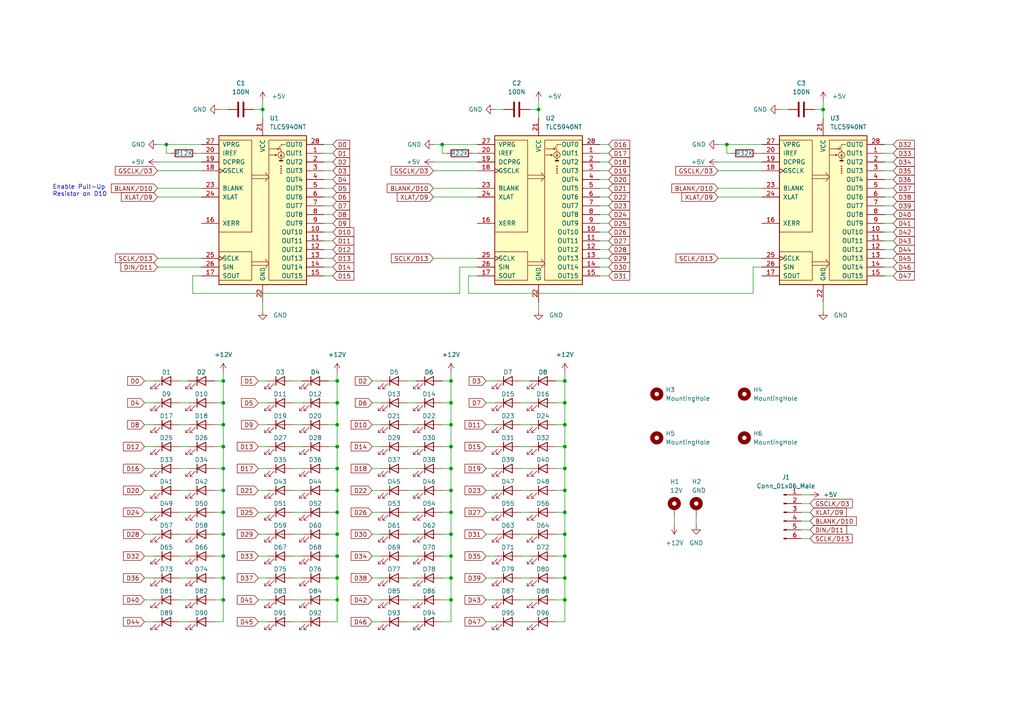
<source format=kicad_sch>
(kicad_sch (version 20211123) (generator eeschema)
  (paper "A4")
  (junction (at 97.79 110.49))
  (junction (at 163.83 123.19))
  (junction (at 130.81 142.24))
  (junction (at 128.27 41.91))
  (junction (at 163.83 148.59))
  (junction (at 64.77 161.29))
  (junction (at 64.77 167.64))
  (junction (at 64.77 148.59))
  (junction (at 130.81 161.29))
  (junction (at 163.83 116.84))
  (junction (at 97.79 148.59))
  (junction (at 163.83 135.89))
  (junction (at 97.79 135.89))
  (junction (at 163.83 161.29))
  (junction (at 64.77 154.94))
  (junction (at 64.77 123.19))
  (junction (at 97.79 123.19))
  (junction (at 238.76 31.75))
  (junction (at 163.83 173.99))
  (junction (at 130.81 167.64))
  (junction (at 97.79 154.94))
  (junction (at 48.26 41.91))
  (junction (at 130.81 123.19))
  (junction (at 97.79 173.99))
  (junction (at 97.79 129.54))
  (junction (at 130.81 110.49))
  (junction (at 64.77 116.84))
  (junction (at 76.2 31.75))
  (junction (at 163.83 142.24))
  (junction (at 97.79 142.24))
  (junction (at 64.77 135.89))
  (junction (at 163.83 110.49))
  (junction (at 130.81 154.94))
  (junction (at 130.81 173.99))
  (junction (at 210.82 41.91))
  (junction (at 163.83 129.54))
  (junction (at 64.77 173.99))
  (junction (at 163.83 154.94))
  (junction (at 97.79 161.29))
  (junction (at 130.81 148.59))
  (junction (at 97.79 167.64))
  (junction (at 163.83 167.64))
  (junction (at 64.77 110.49))
  (junction (at 130.81 135.89))
  (junction (at 64.77 142.24))
  (junction (at 130.81 129.54))
  (junction (at 130.81 116.84))
  (junction (at 156.21 31.75))
  (junction (at 97.79 116.84))
  (junction (at 64.77 129.54))
  (wire (pts (xy 74.93 129.54) (xy 77.47 129.54)))
  (wire (pts (xy 140.97 148.59) (xy 143.51 148.59)))
  (wire (pts (xy 85.09 154.94) (xy 87.63 154.94)))
  (wire (pts (xy 118.11 173.99) (xy 120.65 173.99)))
  (wire (pts (xy 218.44 85.09) (xy 218.44 77.47)))
  (wire (pts (xy 156.21 29.21) (xy 156.21 31.75)))
  (wire (pts (xy 52.07 129.54) (xy 54.61 129.54)))
  (wire (pts (xy 130.81 173.99) (xy 128.27 173.99)))
  (wire (pts (xy 125.73 46.99) (xy 138.43 46.99)))
  (wire (pts (xy 63.5 31.75) (xy 66.04 31.75)))
  (wire (pts (xy 96.52 72.39) (xy 93.98 72.39)))
  (wire (pts (xy 208.28 54.61) (xy 220.98 54.61)))
  (wire (pts (xy 210.82 41.91) (xy 210.82 44.45)))
  (wire (pts (xy 64.77 110.49) (xy 64.77 116.84)))
  (wire (pts (xy 128.27 41.91) (xy 128.27 44.45)))
  (wire (pts (xy 64.77 116.84) (xy 62.23 116.84)))
  (wire (pts (xy 64.77 154.94) (xy 62.23 154.94)))
  (wire (pts (xy 176.53 62.23) (xy 173.99 62.23)))
  (wire (pts (xy 64.77 148.59) (xy 62.23 148.59)))
  (wire (pts (xy 234.95 153.67) (xy 232.41 153.67)))
  (wire (pts (xy 97.79 135.89) (xy 97.79 142.24)))
  (wire (pts (xy 52.07 154.94) (xy 54.61 154.94)))
  (wire (pts (xy 176.53 41.91) (xy 173.99 41.91)))
  (wire (pts (xy 97.79 116.84) (xy 95.25 116.84)))
  (wire (pts (xy 64.77 129.54) (xy 64.77 135.89)))
  (wire (pts (xy 208.28 46.99) (xy 220.98 46.99)))
  (wire (pts (xy 97.79 142.24) (xy 95.25 142.24)))
  (wire (pts (xy 210.82 44.45) (xy 212.09 44.45)))
  (wire (pts (xy 163.83 110.49) (xy 161.29 110.49)))
  (wire (pts (xy 97.79 154.94) (xy 95.25 154.94)))
  (wire (pts (xy 208.28 74.93) (xy 220.98 74.93)))
  (wire (pts (xy 97.79 123.19) (xy 95.25 123.19)))
  (wire (pts (xy 97.79 116.84) (xy 97.79 123.19)))
  (wire (pts (xy 143.51 31.75) (xy 146.05 31.75)))
  (wire (pts (xy 52.07 142.24) (xy 54.61 142.24)))
  (wire (pts (xy 125.73 49.53) (xy 138.43 49.53)))
  (wire (pts (xy 140.97 180.34) (xy 143.51 180.34)))
  (wire (pts (xy 118.11 116.84) (xy 120.65 116.84)))
  (wire (pts (xy 140.97 161.29) (xy 143.51 161.29)))
  (wire (pts (xy 118.11 110.49) (xy 120.65 110.49)))
  (wire (pts (xy 130.81 154.94) (xy 128.27 154.94)))
  (wire (pts (xy 85.09 180.34) (xy 87.63 180.34)))
  (wire (pts (xy 163.83 135.89) (xy 163.83 142.24)))
  (wire (pts (xy 64.77 148.59) (xy 64.77 154.94)))
  (wire (pts (xy 234.95 148.59) (xy 232.41 148.59)))
  (wire (pts (xy 151.13 110.49) (xy 153.67 110.49)))
  (wire (pts (xy 64.77 116.84) (xy 64.77 123.19)))
  (wire (pts (xy 41.91 180.34) (xy 44.45 180.34)))
  (wire (pts (xy 151.13 142.24) (xy 153.67 142.24)))
  (wire (pts (xy 259.08 80.01) (xy 256.54 80.01)))
  (wire (pts (xy 85.09 135.89) (xy 87.63 135.89)))
  (wire (pts (xy 64.77 161.29) (xy 64.77 167.64)))
  (wire (pts (xy 163.83 142.24) (xy 163.83 148.59)))
  (wire (pts (xy 133.35 85.09) (xy 133.35 77.47)))
  (wire (pts (xy 128.27 44.45) (xy 129.54 44.45)))
  (wire (pts (xy 234.95 156.21) (xy 232.41 156.21)))
  (wire (pts (xy 96.52 77.47) (xy 93.98 77.47)))
  (wire (pts (xy 107.95 154.94) (xy 110.49 154.94)))
  (wire (pts (xy 74.93 142.24) (xy 77.47 142.24)))
  (wire (pts (xy 125.73 41.91) (xy 128.27 41.91)))
  (wire (pts (xy 52.07 123.19) (xy 54.61 123.19)))
  (wire (pts (xy 176.53 52.07) (xy 173.99 52.07)))
  (wire (pts (xy 133.35 77.47) (xy 138.43 77.47)))
  (wire (pts (xy 52.07 110.49) (xy 54.61 110.49)))
  (wire (pts (xy 163.83 129.54) (xy 161.29 129.54)))
  (wire (pts (xy 64.77 135.89) (xy 62.23 135.89)))
  (wire (pts (xy 259.08 54.61) (xy 256.54 54.61)))
  (wire (pts (xy 208.28 41.91) (xy 210.82 41.91)))
  (wire (pts (xy 96.52 74.93) (xy 93.98 74.93)))
  (wire (pts (xy 259.08 41.91) (xy 256.54 41.91)))
  (wire (pts (xy 45.72 46.99) (xy 58.42 46.99)))
  (wire (pts (xy 52.07 161.29) (xy 54.61 161.29)))
  (wire (pts (xy 96.52 62.23) (xy 93.98 62.23)))
  (wire (pts (xy 130.81 116.84) (xy 128.27 116.84)))
  (wire (pts (xy 140.97 135.89) (xy 143.51 135.89)))
  (wire (pts (xy 156.21 31.75) (xy 156.21 34.29)))
  (wire (pts (xy 52.07 148.59) (xy 54.61 148.59)))
  (wire (pts (xy 130.81 142.24) (xy 130.81 148.59)))
  (wire (pts (xy 96.52 46.99) (xy 93.98 46.99)))
  (wire (pts (xy 96.52 57.15) (xy 93.98 57.15)))
  (wire (pts (xy 210.82 41.91) (xy 220.98 41.91)))
  (wire (pts (xy 176.53 59.69) (xy 173.99 59.69)))
  (wire (pts (xy 107.95 148.59) (xy 110.49 148.59)))
  (wire (pts (xy 130.81 107.95) (xy 130.81 110.49)))
  (wire (pts (xy 107.95 123.19) (xy 110.49 123.19)))
  (wire (pts (xy 97.79 154.94) (xy 97.79 161.29)))
  (wire (pts (xy 130.81 110.49) (xy 128.27 110.49)))
  (wire (pts (xy 130.81 129.54) (xy 128.27 129.54)))
  (wire (pts (xy 156.21 90.17) (xy 156.21 87.63)))
  (wire (pts (xy 259.08 49.53) (xy 256.54 49.53)))
  (wire (pts (xy 176.53 69.85) (xy 173.99 69.85)))
  (wire (pts (xy 238.76 90.17) (xy 238.76 87.63)))
  (wire (pts (xy 176.53 72.39) (xy 173.99 72.39)))
  (wire (pts (xy 64.77 129.54) (xy 62.23 129.54)))
  (wire (pts (xy 48.26 41.91) (xy 58.42 41.91)))
  (wire (pts (xy 163.83 116.84) (xy 161.29 116.84)))
  (wire (pts (xy 74.93 161.29) (xy 77.47 161.29)))
  (wire (pts (xy 151.13 135.89) (xy 153.67 135.89)))
  (wire (pts (xy 64.77 142.24) (xy 62.23 142.24)))
  (wire (pts (xy 259.08 69.85) (xy 256.54 69.85)))
  (wire (pts (xy 97.79 161.29) (xy 97.79 167.64)))
  (wire (pts (xy 151.13 123.19) (xy 153.67 123.19)))
  (wire (pts (xy 107.95 116.84) (xy 110.49 116.84)))
  (wire (pts (xy 45.72 49.53) (xy 58.42 49.53)))
  (wire (pts (xy 52.07 135.89) (xy 54.61 135.89)))
  (wire (pts (xy 130.81 180.34) (xy 128.27 180.34)))
  (wire (pts (xy 130.81 135.89) (xy 128.27 135.89)))
  (wire (pts (xy 259.08 64.77) (xy 256.54 64.77)))
  (wire (pts (xy 97.79 173.99) (xy 95.25 173.99)))
  (wire (pts (xy 74.93 167.64) (xy 77.47 167.64)))
  (wire (pts (xy 151.13 148.59) (xy 153.67 148.59)))
  (wire (pts (xy 96.52 69.85) (xy 93.98 69.85)))
  (wire (pts (xy 163.83 142.24) (xy 161.29 142.24)))
  (wire (pts (xy 259.08 77.47) (xy 256.54 77.47)))
  (wire (pts (xy 259.08 46.99) (xy 256.54 46.99)))
  (wire (pts (xy 118.11 123.19) (xy 120.65 123.19)))
  (wire (pts (xy 163.83 180.34) (xy 161.29 180.34)))
  (wire (pts (xy 85.09 129.54) (xy 87.63 129.54)))
  (wire (pts (xy 195.58 149.86) (xy 195.58 152.4)))
  (wire (pts (xy 52.07 167.64) (xy 54.61 167.64)))
  (wire (pts (xy 85.09 142.24) (xy 87.63 142.24)))
  (wire (pts (xy 226.06 31.75) (xy 228.6 31.75)))
  (wire (pts (xy 135.89 85.09) (xy 218.44 85.09)))
  (wire (pts (xy 97.79 135.89) (xy 95.25 135.89)))
  (wire (pts (xy 130.81 142.24) (xy 128.27 142.24)))
  (wire (pts (xy 176.53 77.47) (xy 173.99 77.47)))
  (wire (pts (xy 118.11 129.54) (xy 120.65 129.54)))
  (wire (pts (xy 163.83 154.94) (xy 163.83 161.29)))
  (wire (pts (xy 140.97 123.19) (xy 143.51 123.19)))
  (wire (pts (xy 76.2 29.21) (xy 76.2 31.75)))
  (wire (pts (xy 234.95 143.51) (xy 232.41 143.51)))
  (wire (pts (xy 97.79 123.19) (xy 97.79 129.54)))
  (wire (pts (xy 52.07 173.99) (xy 54.61 173.99)))
  (wire (pts (xy 96.52 52.07) (xy 93.98 52.07)))
  (wire (pts (xy 176.53 44.45) (xy 173.99 44.45)))
  (wire (pts (xy 96.52 59.69) (xy 93.98 59.69)))
  (wire (pts (xy 55.88 80.01) (xy 55.88 85.09)))
  (wire (pts (xy 97.79 110.49) (xy 97.79 116.84)))
  (wire (pts (xy 64.77 135.89) (xy 64.77 142.24)))
  (wire (pts (xy 52.07 180.34) (xy 54.61 180.34)))
  (wire (pts (xy 85.09 173.99) (xy 87.63 173.99)))
  (wire (pts (xy 140.97 154.94) (xy 143.51 154.94)))
  (wire (pts (xy 45.72 54.61) (xy 58.42 54.61)))
  (wire (pts (xy 73.66 31.75) (xy 76.2 31.75)))
  (wire (pts (xy 41.91 110.49) (xy 44.45 110.49)))
  (wire (pts (xy 130.81 110.49) (xy 130.81 116.84)))
  (wire (pts (xy 96.52 49.53) (xy 93.98 49.53)))
  (wire (pts (xy 125.73 54.61) (xy 138.43 54.61)))
  (wire (pts (xy 259.08 72.39) (xy 256.54 72.39)))
  (wire (pts (xy 48.26 44.45) (xy 49.53 44.45)))
  (wire (pts (xy 96.52 67.31) (xy 93.98 67.31)))
  (wire (pts (xy 130.81 148.59) (xy 128.27 148.59)))
  (wire (pts (xy 107.95 180.34) (xy 110.49 180.34)))
  (wire (pts (xy 163.83 123.19) (xy 163.83 129.54)))
  (wire (pts (xy 64.77 123.19) (xy 64.77 129.54)))
  (wire (pts (xy 74.93 135.89) (xy 77.47 135.89)))
  (wire (pts (xy 138.43 80.01) (xy 135.89 80.01)))
  (wire (pts (xy 45.72 41.91) (xy 48.26 41.91)))
  (wire (pts (xy 97.79 180.34) (xy 95.25 180.34)))
  (wire (pts (xy 163.83 148.59) (xy 161.29 148.59)))
  (wire (pts (xy 130.81 173.99) (xy 130.81 180.34)))
  (wire (pts (xy 85.09 123.19) (xy 87.63 123.19)))
  (wire (pts (xy 107.95 142.24) (xy 110.49 142.24)))
  (wire (pts (xy 208.28 49.53) (xy 220.98 49.53)))
  (wire (pts (xy 64.77 154.94) (xy 64.77 161.29)))
  (wire (pts (xy 140.97 173.99) (xy 143.51 173.99)))
  (wire (pts (xy 97.79 167.64) (xy 95.25 167.64)))
  (wire (pts (xy 176.53 49.53) (xy 173.99 49.53)))
  (wire (pts (xy 41.91 116.84) (xy 44.45 116.84)))
  (wire (pts (xy 76.2 31.75) (xy 76.2 34.29)))
  (wire (pts (xy 97.79 167.64) (xy 97.79 173.99)))
  (wire (pts (xy 41.91 167.64) (xy 44.45 167.64)))
  (wire (pts (xy 176.53 80.01) (xy 173.99 80.01)))
  (wire (pts (xy 58.42 80.01) (xy 55.88 80.01)))
  (wire (pts (xy 125.73 57.15) (xy 138.43 57.15)))
  (wire (pts (xy 163.83 154.94) (xy 161.29 154.94)))
  (wire (pts (xy 259.08 74.93) (xy 256.54 74.93)))
  (wire (pts (xy 234.95 151.13) (xy 232.41 151.13)))
  (wire (pts (xy 74.93 110.49) (xy 77.47 110.49)))
  (wire (pts (xy 137.16 44.45) (xy 138.43 44.45)))
  (wire (pts (xy 97.79 148.59) (xy 97.79 154.94)))
  (wire (pts (xy 163.83 107.95) (xy 163.83 110.49)))
  (wire (pts (xy 135.89 80.01) (xy 135.89 85.09)))
  (wire (pts (xy 163.83 135.89) (xy 161.29 135.89)))
  (wire (pts (xy 45.72 74.93) (xy 58.42 74.93)))
  (wire (pts (xy 151.13 167.64) (xy 153.67 167.64)))
  (wire (pts (xy 85.09 167.64) (xy 87.63 167.64)))
  (wire (pts (xy 74.93 123.19) (xy 77.47 123.19)))
  (wire (pts (xy 163.83 173.99) (xy 163.83 180.34)))
  (wire (pts (xy 130.81 123.19) (xy 128.27 123.19)))
  (wire (pts (xy 41.91 148.59) (xy 44.45 148.59)))
  (wire (pts (xy 96.52 54.61) (xy 93.98 54.61)))
  (wire (pts (xy 163.83 167.64) (xy 161.29 167.64)))
  (wire (pts (xy 97.79 110.49) (xy 95.25 110.49)))
  (wire (pts (xy 259.08 44.45) (xy 256.54 44.45)))
  (wire (pts (xy 125.73 74.93) (xy 138.43 74.93)))
  (wire (pts (xy 97.79 142.24) (xy 97.79 148.59)))
  (wire (pts (xy 97.79 173.99) (xy 97.79 180.34)))
  (wire (pts (xy 64.77 161.29) (xy 62.23 161.29)))
  (wire (pts (xy 118.11 180.34) (xy 120.65 180.34)))
  (wire (pts (xy 163.83 167.64) (xy 163.83 173.99)))
  (wire (pts (xy 140.97 167.64) (xy 143.51 167.64)))
  (wire (pts (xy 85.09 161.29) (xy 87.63 161.29)))
  (wire (pts (xy 259.08 62.23) (xy 256.54 62.23)))
  (wire (pts (xy 130.81 161.29) (xy 128.27 161.29)))
  (wire (pts (xy 153.67 31.75) (xy 156.21 31.75)))
  (wire (pts (xy 130.81 135.89) (xy 130.81 142.24)))
  (wire (pts (xy 176.53 46.99) (xy 173.99 46.99)))
  (wire (pts (xy 163.83 161.29) (xy 163.83 167.64)))
  (wire (pts (xy 107.95 135.89) (xy 110.49 135.89)))
  (wire (pts (xy 176.53 54.61) (xy 173.99 54.61)))
  (wire (pts (xy 163.83 123.19) (xy 161.29 123.19)))
  (wire (pts (xy 48.26 41.91) (xy 48.26 44.45)))
  (wire (pts (xy 151.13 180.34) (xy 153.67 180.34)))
  (wire (pts (xy 176.53 74.93) (xy 173.99 74.93)))
  (wire (pts (xy 97.79 107.95) (xy 97.79 110.49)))
  (wire (pts (xy 128.27 41.91) (xy 138.43 41.91)))
  (wire (pts (xy 118.11 161.29) (xy 120.65 161.29)))
  (wire (pts (xy 41.91 142.24) (xy 44.45 142.24)))
  (wire (pts (xy 140.97 129.54) (xy 143.51 129.54)))
  (wire (pts (xy 130.81 116.84) (xy 130.81 123.19)))
  (wire (pts (xy 74.93 116.84) (xy 77.47 116.84)))
  (wire (pts (xy 64.77 180.34) (xy 62.23 180.34)))
  (wire (pts (xy 45.72 77.47) (xy 58.42 77.47)))
  (wire (pts (xy 74.93 180.34) (xy 77.47 180.34)))
  (wire (pts (xy 118.11 167.64) (xy 120.65 167.64)))
  (wire (pts (xy 107.95 161.29) (xy 110.49 161.29)))
  (wire (pts (xy 41.91 135.89) (xy 44.45 135.89)))
  (wire (pts (xy 151.13 129.54) (xy 153.67 129.54)))
  (wire (pts (xy 118.11 135.89) (xy 120.65 135.89)))
  (wire (pts (xy 130.81 161.29) (xy 130.81 167.64)))
  (wire (pts (xy 151.13 173.99) (xy 153.67 173.99)))
  (wire (pts (xy 107.95 110.49) (xy 110.49 110.49)))
  (wire (pts (xy 45.72 57.15) (xy 58.42 57.15)))
  (wire (pts (xy 259.08 52.07) (xy 256.54 52.07)))
  (wire (pts (xy 41.91 129.54) (xy 44.45 129.54)))
  (wire (pts (xy 74.93 148.59) (xy 77.47 148.59)))
  (wire (pts (xy 130.81 154.94) (xy 130.81 161.29)))
  (wire (pts (xy 64.77 142.24) (xy 64.77 148.59)))
  (wire (pts (xy 85.09 116.84) (xy 87.63 116.84)))
  (wire (pts (xy 201.93 152.4) (xy 201.93 149.86)))
  (wire (pts (xy 85.09 110.49) (xy 87.63 110.49)))
  (wire (pts (xy 176.53 57.15) (xy 173.99 57.15)))
  (wire (pts (xy 107.95 173.99) (xy 110.49 173.99)))
  (wire (pts (xy 118.11 148.59) (xy 120.65 148.59)))
  (wire (pts (xy 97.79 129.54) (xy 97.79 135.89)))
  (wire (pts (xy 107.95 167.64) (xy 110.49 167.64)))
  (wire (pts (xy 130.81 129.54) (xy 130.81 135.89)))
  (wire (pts (xy 163.83 148.59) (xy 163.83 154.94)))
  (wire (pts (xy 118.11 142.24) (xy 120.65 142.24)))
  (wire (pts (xy 96.52 41.91) (xy 93.98 41.91)))
  (wire (pts (xy 74.93 154.94) (xy 77.47 154.94)))
  (wire (pts (xy 130.81 123.19) (xy 130.81 129.54)))
  (wire (pts (xy 130.81 148.59) (xy 130.81 154.94)))
  (wire (pts (xy 208.28 57.15) (xy 220.98 57.15)))
  (wire (pts (xy 151.13 116.84) (xy 153.67 116.84)))
  (wire (pts (xy 41.91 161.29) (xy 44.45 161.29)))
  (wire (pts (xy 151.13 154.94) (xy 153.67 154.94)))
  (wire (pts (xy 118.11 154.94) (xy 120.65 154.94)))
  (wire (pts (xy 218.44 77.47) (xy 220.98 77.47)))
  (wire (pts (xy 97.79 148.59) (xy 95.25 148.59)))
  (wire (pts (xy 234.95 146.05) (xy 232.41 146.05)))
  (wire (pts (xy 259.08 59.69) (xy 256.54 59.69)))
  (wire (pts (xy 130.81 167.64) (xy 128.27 167.64)))
  (wire (pts (xy 151.13 161.29) (xy 153.67 161.29)))
  (wire (pts (xy 97.79 161.29) (xy 95.25 161.29)))
  (wire (pts (xy 96.52 64.77) (xy 93.98 64.77)))
  (wire (pts (xy 55.88 85.09) (xy 133.35 85.09)))
  (wire (pts (xy 41.91 154.94) (xy 44.45 154.94)))
  (wire (pts (xy 52.07 116.84) (xy 54.61 116.84)))
  (wire (pts (xy 74.93 173.99) (xy 77.47 173.99)))
  (wire (pts (xy 238.76 31.75) (xy 238.76 34.29)))
  (wire (pts (xy 163.83 173.99) (xy 161.29 173.99)))
  (wire (pts (xy 96.52 80.01) (xy 93.98 80.01)))
  (wire (pts (xy 97.79 129.54) (xy 95.25 129.54)))
  (wire (pts (xy 64.77 123.19) (xy 62.23 123.19)))
  (wire (pts (xy 163.83 129.54) (xy 163.83 135.89)))
  (wire (pts (xy 64.77 173.99) (xy 62.23 173.99)))
  (wire (pts (xy 96.52 44.45) (xy 93.98 44.45)))
  (wire (pts (xy 176.53 67.31) (xy 173.99 67.31)))
  (wire (pts (xy 41.91 123.19) (xy 44.45 123.19)))
  (wire (pts (xy 76.2 90.17) (xy 76.2 87.63)))
  (wire (pts (xy 64.77 110.49) (xy 62.23 110.49)))
  (wire (pts (xy 64.77 167.64) (xy 64.77 173.99)))
  (wire (pts (xy 176.53 64.77) (xy 173.99 64.77)))
  (wire (pts (xy 163.83 161.29) (xy 161.29 161.29)))
  (wire (pts (xy 163.83 116.84) (xy 163.83 123.19)))
  (wire (pts (xy 130.81 167.64) (xy 130.81 173.99)))
  (wire (pts (xy 107.95 129.54) (xy 110.49 129.54)))
  (wire (pts (xy 259.08 57.15) (xy 256.54 57.15)))
  (wire (pts (xy 64.77 167.64) (xy 62.23 167.64)))
  (wire (pts (xy 140.97 142.24) (xy 143.51 142.24)))
  (wire (pts (xy 64.77 173.99) (xy 64.77 180.34)))
  (wire (pts (xy 57.15 44.45) (xy 58.42 44.45)))
  (wire (pts (xy 236.22 31.75) (xy 238.76 31.75)))
  (wire (pts (xy 238.76 29.21) (xy 238.76 31.75)))
  (wire (pts (xy 140.97 110.49) (xy 143.51 110.49)))
  (wire (pts (xy 140.97 116.84) (xy 143.51 116.84)))
  (wire (pts (xy 85.09 148.59) (xy 87.63 148.59)))
  (wire (pts (xy 219.71 44.45) (xy 220.98 44.45)))
  (wire (pts (xy 163.83 110.49) (xy 163.83 116.84)))
  (wire (pts (xy 64.77 107.95) (xy 64.77 110.49)))
  (wire (pts (xy 41.91 173.99) (xy 44.45 173.99)))
  (wire (pts (xy 259.08 67.31) (xy 256.54 67.31)))
  (text "Enable Pull-Up\nResistor on D10" (at 15.24 57.15 0) (effects (font (size 1.27 1.27)) (justify left bottom)))
  (global_label "D0" (shape input) (at 96.52 41.91 0) (property "Intersheet References" "${INTERSHEET_REFS}" (effects hide)))
  (global_label "D42" (shape input) (at 259.08 67.31 0) (property "Intersheet References" "${INTERSHEET_REFS}" (effects hide)))
  (global_label "D30" (shape input) (at 176.53 77.47 0) (property "Intersheet References" "${INTERSHEET_REFS}" (effects hide)))
  (global_label "D36" (shape input) (at 259.08 52.07 0) (property "Intersheet References" "${INTERSHEET_REFS}" (effects hide)))
  (global_label "D4" (shape input) (at 41.91 116.84 180) (property "Intersheet References" "${INTERSHEET_REFS}" (effects hide)))
  (global_label "D40" (shape input) (at 259.08 62.23 0) (property "Intersheet References" "${INTERSHEET_REFS}" (effects hide)))
  (global_label "D36" (shape input) (at 41.91 167.64 180) (property "Intersheet References" "${INTERSHEET_REFS}" (effects hide)))
  (global_label "DIN{slash}D11" (shape input) (at 45.72 77.47 180) (property "Intersheet References" "${INTERSHEET_REFS}" (effects hide)))
  (global_label "D31" (shape input) (at 176.53 80.01 0) (property "Intersheet References" "${INTERSHEET_REFS}" (effects hide)))
  (global_label "D10" (shape input) (at 96.52 67.31 0) (property "Intersheet References" "${INTERSHEET_REFS}" (effects hide)))
  (global_label "D40" (shape input) (at 41.91 173.99 180) (property "Intersheet References" "${INTERSHEET_REFS}" (effects hide)))
  (global_label "D38" (shape input) (at 259.08 57.15 0) (property "Intersheet References" "${INTERSHEET_REFS}" (effects hide)))
  (global_label "D26" (shape input) (at 176.53 67.31 0) (property "Intersheet References" "${INTERSHEET_REFS}" (effects hide)))
  (global_label "D3" (shape input) (at 140.97 110.49 180) (property "Intersheet References" "${INTERSHEET_REFS}" (effects hide)))
  (global_label "D22" (shape input) (at 107.95 142.24 180) (property "Intersheet References" "${INTERSHEET_REFS}" (effects hide)))
  (global_label "D31" (shape input) (at 140.97 154.94 180) (property "Intersheet References" "${INTERSHEET_REFS}" (effects hide)))
  (global_label "D5" (shape input) (at 74.93 116.84 180) (property "Intersheet References" "${INTERSHEET_REFS}" (effects hide)))
  (global_label "D9" (shape input) (at 96.52 64.77 0) (property "Intersheet References" "${INTERSHEET_REFS}" (effects hide)))
  (global_label "D21" (shape input) (at 74.93 142.24 180) (property "Intersheet References" "${INTERSHEET_REFS}" (effects hide)))
  (global_label "D19" (shape input) (at 140.97 135.89 180) (property "Intersheet References" "${INTERSHEET_REFS}" (effects hide)))
  (global_label "D2" (shape input) (at 96.52 46.99 0) (property "Intersheet References" "${INTERSHEET_REFS}" (effects hide)))
  (global_label "D29" (shape input) (at 74.93 154.94 180) (property "Intersheet References" "${INTERSHEET_REFS}" (effects hide)))
  (global_label "D7" (shape input) (at 96.52 59.69 0) (property "Intersheet References" "${INTERSHEET_REFS}" (effects hide)))
  (global_label "D15" (shape input) (at 96.52 80.01 0) (property "Intersheet References" "${INTERSHEET_REFS}" (effects hide)))
  (global_label "D32" (shape input) (at 259.08 41.91 0) (property "Intersheet References" "${INTERSHEET_REFS}" (effects hide)))
  (global_label "BLANK{slash}D10" (shape input) (at 208.28 54.61 180) (property "Intersheet References" "${INTERSHEET_REFS}" (effects hide)))
  (global_label "D6" (shape input) (at 96.52 57.15 0) (property "Intersheet References" "${INTERSHEET_REFS}" (effects hide)))
  (global_label "D45" (shape input) (at 259.08 74.93 0) (property "Intersheet References" "${INTERSHEET_REFS}" (effects hide)))
  (global_label "D37" (shape input) (at 259.08 54.61 0) (property "Intersheet References" "${INTERSHEET_REFS}" (effects hide)))
  (global_label "D25" (shape input) (at 74.93 148.59 180) (property "Intersheet References" "${INTERSHEET_REFS}" (effects hide)))
  (global_label "D10" (shape input) (at 107.95 123.19 180) (property "Intersheet References" "${INTERSHEET_REFS}" (effects hide)))
  (global_label "D43" (shape input) (at 140.97 173.99 180) (property "Intersheet References" "${INTERSHEET_REFS}" (effects hide)))
  (global_label "XLAT{slash}D9" (shape input) (at 125.73 57.15 180) (property "Intersheet References" "${INTERSHEET_REFS}" (effects hide)))
  (global_label "XLAT{slash}D9" (shape input) (at 208.28 57.15 180) (property "Intersheet References" "${INTERSHEET_REFS}" (effects hide)))
  (global_label "D16" (shape input) (at 41.91 135.89 180) (property "Intersheet References" "${INTERSHEET_REFS}" (effects hide)))
  (global_label "D24" (shape input) (at 176.53 62.23 0) (property "Intersheet References" "${INTERSHEET_REFS}" (effects hide)))
  (global_label "D20" (shape input) (at 41.91 142.24 180) (property "Intersheet References" "${INTERSHEET_REFS}" (effects hide)))
  (global_label "D44" (shape input) (at 259.08 72.39 0) (property "Intersheet References" "${INTERSHEET_REFS}" (effects hide)))
  (global_label "D8" (shape input) (at 41.91 123.19 180) (property "Intersheet References" "${INTERSHEET_REFS}" (effects hide)))
  (global_label "D29" (shape input) (at 176.53 74.93 0) (property "Intersheet References" "${INTERSHEET_REFS}" (effects hide)))
  (global_label "D39" (shape input) (at 140.97 167.64 180) (property "Intersheet References" "${INTERSHEET_REFS}" (effects hide)))
  (global_label "SCLK{slash}D13" (shape input) (at 234.95 156.21 0) (property "Intersheet References" "${INTERSHEET_REFS}" (effects hide)))
  (global_label "D15" (shape input) (at 140.97 129.54 180) (property "Intersheet References" "${INTERSHEET_REFS}" (effects hide)))
  (global_label "D41" (shape input) (at 74.93 173.99 180) (property "Intersheet References" "${INTERSHEET_REFS}" (effects hide)))
  (global_label "D18" (shape input) (at 176.53 46.99 0) (property "Intersheet References" "${INTERSHEET_REFS}" (effects hide)))
  (global_label "D8" (shape input) (at 96.52 62.23 0) (property "Intersheet References" "${INTERSHEET_REFS}" (effects hide)))
  (global_label "D44" (shape input) (at 41.91 180.34 180) (property "Intersheet References" "${INTERSHEET_REFS}" (effects hide)))
  (global_label "D28" (shape input) (at 176.53 72.39 0) (property "Intersheet References" "${INTERSHEET_REFS}" (effects hide)))
  (global_label "BLANK{slash}D10" (shape input) (at 234.95 151.13 0) (property "Intersheet References" "${INTERSHEET_REFS}" (effects hide)))
  (global_label "D25" (shape input) (at 176.53 64.77 0) (property "Intersheet References" "${INTERSHEET_REFS}" (effects hide)))
  (global_label "D4" (shape input) (at 96.52 52.07 0) (property "Intersheet References" "${INTERSHEET_REFS}" (effects hide)))
  (global_label "GSCLK{slash}D3" (shape input) (at 45.72 49.53 180) (property "Intersheet References" "${INTERSHEET_REFS}" (effects hide)))
  (global_label "D46" (shape input) (at 107.95 180.34 180) (property "Intersheet References" "${INTERSHEET_REFS}" (effects hide)))
  (global_label "D23" (shape input) (at 140.97 142.24 180) (property "Intersheet References" "${INTERSHEET_REFS}" (effects hide)))
  (global_label "D3" (shape input) (at 96.52 49.53 0) (property "Intersheet References" "${INTERSHEET_REFS}" (effects hide)))
  (global_label "D27" (shape input) (at 176.53 69.85 0) (property "Intersheet References" "${INTERSHEET_REFS}" (effects hide)))
  (global_label "GSCLK{slash}D3" (shape input) (at 125.73 49.53 180) (property "Intersheet References" "${INTERSHEET_REFS}" (effects hide)))
  (global_label "D32" (shape input) (at 41.91 161.29 180) (property "Intersheet References" "${INTERSHEET_REFS}" (effects hide)))
  (global_label "D39" (shape input) (at 259.08 59.69 0) (property "Intersheet References" "${INTERSHEET_REFS}" (effects hide)))
  (global_label "D43" (shape input) (at 259.08 69.85 0) (property "Intersheet References" "${INTERSHEET_REFS}" (effects hide)))
  (global_label "D47" (shape input) (at 140.97 180.34 180) (property "Intersheet References" "${INTERSHEET_REFS}" (effects hide)))
  (global_label "D17" (shape input) (at 74.93 135.89 180) (property "Intersheet References" "${INTERSHEET_REFS}" (effects hide)))
  (global_label "D7" (shape input) (at 140.97 116.84 180) (property "Intersheet References" "${INTERSHEET_REFS}" (effects hide)))
  (global_label "D6" (shape input) (at 107.95 116.84 180) (property "Intersheet References" "${INTERSHEET_REFS}" (effects hide)))
  (global_label "D12" (shape input) (at 41.91 129.54 180) (property "Intersheet References" "${INTERSHEET_REFS}" (effects hide)))
  (global_label "D0" (shape input) (at 41.91 110.49 180) (property "Intersheet References" "${INTERSHEET_REFS}" (effects hide)))
  (global_label "D12" (shape input) (at 96.52 72.39 0) (property "Intersheet References" "${INTERSHEET_REFS}" (effects hide)))
  (global_label "BLANK{slash}D10" (shape input) (at 45.72 54.61 180) (property "Intersheet References" "${INTERSHEET_REFS}" (effects hide)))
  (global_label "D34" (shape input) (at 107.95 161.29 180) (property "Intersheet References" "${INTERSHEET_REFS}" (effects hide)))
  (global_label "D41" (shape input) (at 259.08 64.77 0) (property "Intersheet References" "${INTERSHEET_REFS}" (effects hide)))
  (global_label "D42" (shape input) (at 107.95 173.99 180) (property "Intersheet References" "${INTERSHEET_REFS}" (effects hide)))
  (global_label "D21" (shape input) (at 176.53 54.61 0) (property "Intersheet References" "${INTERSHEET_REFS}" (effects hide)))
  (global_label "D13" (shape input) (at 74.93 129.54 180) (property "Intersheet References" "${INTERSHEET_REFS}" (effects hide)))
  (global_label "D17" (shape input) (at 176.53 44.45 0) (property "Intersheet References" "${INTERSHEET_REFS}" (effects hide)))
  (global_label "D19" (shape input) (at 176.53 49.53 0) (property "Intersheet References" "${INTERSHEET_REFS}" (effects hide)))
  (global_label "D33" (shape input) (at 259.08 44.45 0) (property "Intersheet References" "${INTERSHEET_REFS}" (effects hide)))
  (global_label "SCLK{slash}D13" (shape input) (at 45.72 74.93 180) (property "Intersheet References" "${INTERSHEET_REFS}" (effects hide)))
  (global_label "D14" (shape input) (at 107.95 129.54 180) (property "Intersheet References" "${INTERSHEET_REFS}" (effects hide)))
  (global_label "BLANK{slash}D10" (shape input) (at 125.73 54.61 180) (property "Intersheet References" "${INTERSHEET_REFS}" (effects hide)))
  (global_label "D35" (shape input) (at 259.08 49.53 0) (property "Intersheet References" "${INTERSHEET_REFS}" (effects hide)))
  (global_label "D14" (shape input) (at 96.52 77.47 0) (property "Intersheet References" "${INTERSHEET_REFS}" (effects hide)))
  (global_label "D2" (shape input) (at 107.95 110.49 180) (property "Intersheet References" "${INTERSHEET_REFS}" (effects hide)))
  (global_label "D33" (shape input) (at 74.93 161.29 180) (property "Intersheet References" "${INTERSHEET_REFS}" (effects hide)))
  (global_label "D22" (shape input) (at 176.53 57.15 0) (property "Intersheet References" "${INTERSHEET_REFS}" (effects hide)))
  (global_label "XLAT{slash}D9" (shape input) (at 234.95 148.59 0) (property "Intersheet References" "${INTERSHEET_REFS}" (effects hide)))
  (global_label "D26" (shape input) (at 107.95 148.59 180) (property "Intersheet References" "${INTERSHEET_REFS}" (effects hide)))
  (global_label "D34" (shape input) (at 259.08 46.99 0) (property "Intersheet References" "${INTERSHEET_REFS}" (effects hide)))
  (global_label "D30" (shape input) (at 107.95 154.94 180) (property "Intersheet References" "${INTERSHEET_REFS}" (effects hide)))
  (global_label "D13" (shape input) (at 96.52 74.93 0) (property "Intersheet References" "${INTERSHEET_REFS}" (effects hide)))
  (global_label "XLAT{slash}D9" (shape input) (at 45.72 57.15 180) (property "Intersheet References" "${INTERSHEET_REFS}" (effects hide)))
  (global_label "D20" (shape input) (at 176.53 52.07 0) (property "Intersheet References" "${INTERSHEET_REFS}" (effects hide)))
  (global_label "SCLK{slash}D13" (shape input) (at 208.28 74.93 180) (property "Intersheet References" "${INTERSHEET_REFS}" (effects hide)))
  (global_label "D37" (shape input) (at 74.93 167.64 180) (property "Intersheet References" "${INTERSHEET_REFS}" (effects hide)))
  (global_label "D1" (shape input) (at 74.93 110.49 180) (property "Intersheet References" "${INTERSHEET_REFS}" (effects hide)))
  (global_label "D1" (shape input) (at 96.52 44.45 0) (property "Intersheet References" "${INTERSHEET_REFS}" (effects hide)))
  (global_label "D35" (shape input) (at 140.97 161.29 180) (property "Intersheet References" "${INTERSHEET_REFS}" (effects hide)))
  (global_label "D23" (shape input) (at 176.53 59.69 0) (property "Intersheet References" "${INTERSHEET_REFS}" (effects hide)))
  (global_label "D28" (shape input) (at 41.91 154.94 180) (property "Intersheet References" "${INTERSHEET_REFS}" (effects hide)))
  (global_label "GSCLK{slash}D3" (shape input) (at 208.28 49.53 180) (property "Intersheet References" "${INTERSHEET_REFS}" (effects hide)))
  (global_label "GSCLK{slash}D3" (shape input) (at 234.95 146.05 0) (property "Intersheet References" "${INTERSHEET_REFS}" (effects hide)))
  (global_label "D16" (shape input) (at 176.53 41.91 0) (property "Intersheet References" "${INTERSHEET_REFS}" (effects hide)))
  (global_label "D45" (shape input) (at 74.93 180.34 180) (property "Intersheet References" "${INTERSHEET_REFS}" (effects hide)))
  (global_label "D18" (shape input) (at 107.95 135.89 180) (property "Intersheet References" "${INTERSHEET_REFS}" (effects hide)))
  (global_label "D27" (shape input) (at 140.97 148.59 180) (property "Intersheet References" "${INTERSHEET_REFS}" (effects hide)))
  (global_label "DIN{slash}D11" (shape input) (at 234.95 153.67 0) (property "Intersheet References" "${INTERSHEET_REFS}" (effects hide)))
  (global_label "D24" (shape input) (at 41.91 148.59 180) (property "Intersheet References" "${INTERSHEET_REFS}" (effects hide)))
  (global_label "SCLK{slash}D13" (shape input) (at 125.73 74.93 180) (property "Intersheet References" "${INTERSHEET_REFS}" (effects hide)))
  (global_label "D5" (shape input) (at 96.52 54.61 0) (property "Intersheet References" "${INTERSHEET_REFS}" (effects hide)))
  (global_label "D11" (shape input) (at 140.97 123.19 180) (property "Intersheet References" "${INTERSHEET_REFS}" (effects hide)))
  (global_label "D9" (shape input) (at 74.93 123.19 180) (property "Intersheet References" "${INTERSHEET_REFS}" (effects hide)))
  (global_label "D11" (shape input) (at 96.52 69.85 0) (property "Intersheet References" "${INTERSHEET_REFS}" (effects hide)))
  (global_label "D38" (shape input) (at 107.95 167.64 180) (property "Intersheet References" "${INTERSHEET_REFS}" (effects hide)))
  (global_label "D46" (shape input) (at 259.08 77.47 0) (property "Intersheet References" "${INTERSHEET_REFS}" (effects hide)))
  (global_label "D47" (shape input) (at 259.08 80.01 0) (property "Intersheet References" "${INTERSHEET_REFS}" (effects hide)))
  (symbol (lib_id "Device:LED") (at 124.46 161.29 0) (unit 1)
    (property "Reference" "D70" (at 124.46 158.75 0))
    (property "Value" "GREEN" (effects hide))
    (property "Footprint" "LED_SMD:LED_2010_5025Metric_Pad1.52x2.65mm_HandSolder" (effects hide))
  )
  (symbol (lib_id "Device:LED") (at 48.26 123.19 0) (unit 1)
    (property "Reference" "D17" (at 48.26 120.65 0))
    (property "Value" "GREEN" (effects hide))
    (property "Footprint" "LED_SMD:LED_2010_5025Metric_Pad1.52x2.65mm_HandSolder" (effects hide))
  )
  (symbol (lib_id "Device:LED") (at 91.44 173.99 0) (unit 1)
    (property "Reference" "D84" (at 91.44 171.45 0))
    (property "Value" "GREEN" (effects hide))
    (property "Footprint" "LED_SMD:LED_2010_5025Metric_Pad1.52x2.65mm_HandSolder" (effects hide))
  )
  (symbol (lib_id "Device:LED") (at 124.46 135.89 0) (unit 1)
    (property "Reference" "D38" (at 124.46 133.35 0))
    (property "Value" "GREEN" (effects hide))
    (property "Footprint" "LED_SMD:LED_2010_5025Metric_Pad1.52x2.65mm_HandSolder" (effects hide))
  )
  (symbol (lib_id "Device:LED") (at 58.42 180.34 0) (unit 1)
    (property "Reference" "D90" (at 58.42 177.8 0))
    (property "Value" "GREEN" (effects hide))
    (property "Footprint" "LED_SMD:LED_2010_5025Metric_Pad1.52x2.65mm_HandSolder" (effects hide))
  )
  (symbol (lib_id "Mechanical:MountingHole_Pad") (at 195.58 147.32 0) (unit 1)
    (property "Reference" "H1" (at 194.31 139.7 0) (effects (justify left)))
    (property "Value" "12V" (at 194.31 142.24 0) (effects (justify left)))
    (property "Footprint" "MountingHole:MountingHole_2.2mm_M2_Pad" (effects hide))
  )
  (symbol (lib_id "Device:LED") (at 124.46 167.64 0) (unit 1)
    (property "Reference" "D78" (at 124.46 165.1 0))
    (property "Value" "GREEN" (effects hide))
    (property "Footprint" "LED_SMD:LED_2010_5025Metric_Pad1.52x2.65mm_HandSolder" (effects hide))
  )
  (symbol (lib_id "Device:LED") (at 114.3 116.84 0) (unit 1)
    (property "Reference" "D13" (at 114.3 114.3 0))
    (property "Value" "GREEN" (effects hide))
    (property "Footprint" "LED_SMD:LED_2010_5025Metric_Pad1.52x2.65mm_HandSolder" (effects hide))
  )
  (symbol (lib_id "Device:LED") (at 114.3 129.54 0) (unit 1)
    (property "Reference" "D29" (at 114.3 127 0))
    (property "Value" "GREEN" (effects hide))
    (property "Footprint" "LED_SMD:LED_2010_5025Metric_Pad1.52x2.65mm_HandSolder" (effects hide))
  )
  (symbol (lib_id "Device:C") (at 232.41 31.75 90) (unit 1)
    (property "Reference" "C3" (at 232.41 24.13 90))
    (property "Value" "100N" (at 232.41 26.67 90))
    (property "Footprint" "Capacitor_SMD:C_0805_2012Metric_Pad1.18x1.45mm_HandSolder" (effects hide))
  )
  (symbol (lib_id "Device:LED") (at 114.3 167.64 0) (unit 1)
    (property "Reference" "D77" (at 114.3 165.1 0))
    (property "Value" "GREEN" (effects hide))
    (property "Footprint" "LED_SMD:LED_2010_5025Metric_Pad1.52x2.65mm_HandSolder" (effects hide))
  )
  (symbol (lib_id "Mechanical:MountingHole") (at 215.9 114.3 0) (unit 1)
    (property "Reference" "H4" (at 218.44 113.0299 0) (effects (justify left)))
    (property "Value" "MountingHole" (at 218.44 115.5699 0) (effects (justify left)))
    (property "Footprint" "MountingHole:MountingHole_4mm" (effects hide))
  )
  (symbol (lib_id "Device:C") (at 69.85 31.75 90) (unit 1)
    (property "Reference" "C1" (at 69.85 24.13 90))
    (property "Value" "100N" (at 69.85 26.67 90))
    (property "Footprint" "Capacitor_SMD:C_0805_2012Metric_Pad1.18x1.45mm_HandSolder" (effects hide))
  )
  (symbol (lib_id "Driver_LED:TLC5940NT") (at 156.21 59.69 0) (unit 1)
    (property "Reference" "U2" (at 158.2294 34.29 0) (effects (justify left)))
    (property "Value" "TLC5940NT" (at 158.2294 36.83 0) (effects (justify left)))
    (property "Footprint" "Package_DIP:DIP-28_W7.62mm" (effects hide))
    (property "Datasheet" "http://www.ti.com/lit/ds/symlink/tlc5940.pdf" (effects hide))
  )
  (symbol (lib_id "Device:LED") (at 157.48 154.94 0) (unit 1)
    (property "Reference" "D64" (at 157.48 152.4 0))
    (property "Value" "GREEN" (effects hide))
    (property "Footprint" "LED_SMD:LED_2010_5025Metric_Pad1.52x2.65mm_HandSolder" (effects hide))
  )
  (symbol (lib_id "power:+12V") (at 97.79 107.95 0) (unit 1)
    (property "Reference" "#PWR010" (effects hide))
    (property "Value" "+12V" (at 97.79 102.87 0))
  )
  (symbol (lib_id "Device:LED") (at 48.26 142.24 0) (unit 1)
    (property "Reference" "D41" (at 48.26 139.7 0))
    (property "Value" "GREEN" (effects hide))
    (property "Footprint" "LED_SMD:LED_2010_5025Metric_Pad1.52x2.65mm_HandSolder" (effects hide))
  )
  (symbol (lib_id "Device:LED") (at 114.3 161.29 0) (unit 1)
    (property "Reference" "D69" (at 114.3 158.75 0))
    (property "Value" "GREEN" (effects hide))
    (property "Footprint" "LED_SMD:LED_2010_5025Metric_Pad1.52x2.65mm_HandSolder" (effects hide))
  )
  (symbol (lib_id "Device:LED") (at 147.32 161.29 0) (unit 1)
    (property "Reference" "D71" (at 147.32 158.75 0))
    (property "Value" "GREEN" (effects hide))
    (property "Footprint" "LED_SMD:LED_2010_5025Metric_Pad1.52x2.65mm_HandSolder" (effects hide))
  )
  (symbol (lib_id "Device:LED") (at 157.48 180.34 0) (unit 1)
    (property "Reference" "D96" (at 157.48 177.8 0))
    (property "Value" "GREEN" (effects hide))
    (property "Footprint" "LED_SMD:LED_2010_5025Metric_Pad1.52x2.65mm_HandSolder" (effects hide))
  )
  (symbol (lib_id "Device:LED") (at 91.44 110.49 0) (unit 1)
    (property "Reference" "D4" (at 91.44 107.95 0))
    (property "Value" "GREEN" (effects hide))
    (property "Footprint" "LED_SMD:LED_2010_5025Metric_Pad1.52x2.65mm_HandSolder" (effects hide))
  )
  (symbol (lib_id "Device:LED") (at 48.26 148.59 0) (unit 1)
    (property "Reference" "D49" (at 48.26 146.05 0))
    (property "Value" "GREEN" (effects hide))
    (property "Footprint" "LED_SMD:LED_2010_5025Metric_Pad1.52x2.65mm_HandSolder" (effects hide))
  )
  (symbol (lib_id "power:GND") (at 125.73 41.91 270) (unit 1)
    (property "Reference" "#PWR07" (effects hide))
    (property "Value" "GND" (at 118.11 41.91 90) (effects (justify left)))
  )
  (symbol (lib_id "Device:LED") (at 58.42 142.24 0) (unit 1)
    (property "Reference" "D42" (at 58.42 139.7 0))
    (property "Value" "GREEN" (effects hide))
    (property "Footprint" "LED_SMD:LED_2010_5025Metric_Pad1.52x2.65mm_HandSolder" (effects hide))
  )
  (symbol (lib_id "Device:LED") (at 124.46 154.94 0) (unit 1)
    (property "Reference" "D62" (at 124.46 152.4 0))
    (property "Value" "GREEN" (effects hide))
    (property "Footprint" "LED_SMD:LED_2010_5025Metric_Pad1.52x2.65mm_HandSolder" (effects hide))
  )
  (symbol (lib_id "Device:LED") (at 81.28 148.59 0) (unit 1)
    (property "Reference" "D51" (at 81.28 146.05 0))
    (property "Value" "GREEN" (effects hide))
    (property "Footprint" "LED_SMD:LED_2010_5025Metric_Pad1.52x2.65mm_HandSolder" (effects hide))
  )
  (symbol (lib_id "Device:LED") (at 114.3 135.89 0) (unit 1)
    (property "Reference" "D37" (at 114.3 133.35 0))
    (property "Value" "GREEN" (effects hide))
    (property "Footprint" "LED_SMD:LED_2010_5025Metric_Pad1.52x2.65mm_HandSolder" (effects hide))
  )
  (symbol (lib_id "Device:LED") (at 147.32 123.19 0) (unit 1)
    (property "Reference" "D23" (at 147.32 120.65 0))
    (property "Value" "GREEN" (effects hide))
    (property "Footprint" "LED_SMD:LED_2010_5025Metric_Pad1.52x2.65mm_HandSolder" (effects hide))
  )
  (symbol (lib_id "Device:LED") (at 147.32 167.64 0) (unit 1)
    (property "Reference" "D79" (at 147.32 165.1 0))
    (property "Value" "GREEN" (effects hide))
    (property "Footprint" "LED_SMD:LED_2010_5025Metric_Pad1.52x2.65mm_HandSolder" (effects hide))
  )
  (symbol (lib_id "Device:LED") (at 147.32 154.94 0) (unit 1)
    (property "Reference" "D63" (at 147.32 152.4 0))
    (property "Value" "GREEN" (effects hide))
    (property "Footprint" "LED_SMD:LED_2010_5025Metric_Pad1.52x2.65mm_HandSolder" (effects hide))
  )
  (symbol (lib_id "power:GND") (at 208.28 41.91 270) (unit 1)
    (property "Reference" "#PWR08" (effects hide))
    (property "Value" "GND" (at 200.66 41.91 90) (effects (justify left)))
  )
  (symbol (lib_id "Device:LED") (at 147.32 148.59 0) (unit 1)
    (property "Reference" "D55" (at 147.32 146.05 0))
    (property "Value" "GREEN" (effects hide))
    (property "Footprint" "LED_SMD:LED_2010_5025Metric_Pad1.52x2.65mm_HandSolder" (effects hide))
  )
  (symbol (lib_id "Device:LED") (at 124.46 173.99 0) (unit 1)
    (property "Reference" "D86" (at 124.46 171.45 0))
    (property "Value" "GREEN" (effects hide))
    (property "Footprint" "LED_SMD:LED_2010_5025Metric_Pad1.52x2.65mm_HandSolder" (effects hide))
  )
  (symbol (lib_id "Device:LED") (at 91.44 148.59 0) (unit 1)
    (property "Reference" "D52" (at 91.44 146.05 0))
    (property "Value" "GREEN" (effects hide))
    (property "Footprint" "LED_SMD:LED_2010_5025Metric_Pad1.52x2.65mm_HandSolder" (effects hide))
  )
  (symbol (lib_id "Device:LED") (at 147.32 129.54 0) (unit 1)
    (property "Reference" "D31" (at 147.32 127 0))
    (property "Value" "GREEN" (effects hide))
    (property "Footprint" "LED_SMD:LED_2010_5025Metric_Pad1.52x2.65mm_HandSolder" (effects hide))
  )
  (symbol (lib_id "Device:LED") (at 81.28 142.24 0) (unit 1)
    (property "Reference" "D43" (at 81.28 139.7 0))
    (property "Value" "GREEN" (effects hide))
    (property "Footprint" "LED_SMD:LED_2010_5025Metric_Pad1.52x2.65mm_HandSolder" (effects hide))
  )
  (symbol (lib_id "power:+5V") (at 156.21 29.21 0) (unit 1)
    (property "Reference" "#PWR02" (effects hide))
    (property "Value" "+5V" (at 158.75 27.9399 0) (effects (justify left)))
  )
  (symbol (lib_id "Device:LED") (at 157.48 135.89 0) (unit 1)
    (property "Reference" "D40" (at 157.48 133.35 0))
    (property "Value" "GREEN" (effects hide))
    (property "Footprint" "LED_SMD:LED_2010_5025Metric_Pad1.52x2.65mm_HandSolder" (effects hide))
  )
  (symbol (lib_id "power:GND") (at 45.72 41.91 270) (unit 1)
    (property "Reference" "#PWR0105" (effects hide))
    (property "Value" "GND" (at 38.1 41.91 90) (effects (justify left)))
  )
  (symbol (lib_id "Device:LED") (at 81.28 110.49 0) (unit 1)
    (property "Reference" "D3" (at 81.28 107.95 0))
    (property "Value" "GREEN" (effects hide))
    (property "Footprint" "LED_SMD:LED_2010_5025Metric_Pad1.52x2.65mm_HandSolder" (effects hide))
  )
  (symbol (lib_id "Mechanical:MountingHole") (at 190.5 127 0) (unit 1)
    (property "Reference" "H5" (at 193.04 125.7299 0) (effects (justify left)))
    (property "Value" "MountingHole" (at 193.04 128.2699 0) (effects (justify left)))
    (property "Footprint" "MountingHole:MountingHole_4mm" (effects hide))
  )
  (symbol (lib_id "Device:LED") (at 157.48 116.84 0) (unit 1)
    (property "Reference" "D16" (at 157.48 114.3 0))
    (property "Value" "GREEN" (effects hide))
    (property "Footprint" "LED_SMD:LED_2010_5025Metric_Pad1.52x2.65mm_HandSolder" (effects hide))
  )
  (symbol (lib_id "Device:LED") (at 81.28 135.89 0) (unit 1)
    (property "Reference" "D35" (at 81.28 133.35 0))
    (property "Value" "GREEN" (effects hide))
    (property "Footprint" "LED_SMD:LED_2010_5025Metric_Pad1.52x2.65mm_HandSolder" (effects hide))
  )
  (symbol (lib_id "Device:LED") (at 147.32 116.84 0) (unit 1)
    (property "Reference" "D15" (at 147.32 114.3 0))
    (property "Value" "GREEN" (effects hide))
    (property "Footprint" "LED_SMD:LED_2010_5025Metric_Pad1.52x2.65mm_HandSolder" (effects hide))
  )
  (symbol (lib_id "Device:LED") (at 114.3 123.19 0) (unit 1)
    (property "Reference" "D21" (at 114.3 120.65 0))
    (property "Value" "GREEN" (effects hide))
    (property "Footprint" "LED_SMD:LED_2010_5025Metric_Pad1.52x2.65mm_HandSolder" (effects hide))
  )
  (symbol (lib_id "Device:LED") (at 48.26 116.84 0) (unit 1)
    (property "Reference" "D9" (at 48.26 114.3 0))
    (property "Value" "GREEN" (effects hide))
    (property "Footprint" "LED_SMD:LED_2010_5025Metric_Pad1.52x2.65mm_HandSolder" (effects hide))
  )
  (symbol (lib_id "Device:LED") (at 91.44 167.64 0) (unit 1)
    (property "Reference" "D76" (at 91.44 165.1 0))
    (property "Value" "GREEN" (effects hide))
    (property "Footprint" "LED_SMD:LED_2010_5025Metric_Pad1.52x2.65mm_HandSolder" (effects hide))
  )
  (symbol (lib_id "power:+12V") (at 130.81 107.95 0) (unit 1)
    (property "Reference" "#PWR011" (effects hide))
    (property "Value" "+12V" (at 130.81 102.87 0))
  )
  (symbol (lib_id "Device:R") (at 53.34 44.45 90) (unit 1)
    (property "Reference" "R1" (at 52.07 44.45 90))
    (property "Value" "2K" (at 54.61 44.45 90))
    (property "Footprint" "Resistor_SMD:R_1210_3225Metric_Pad1.30x2.65mm_HandSolder" (effects hide))
  )
  (symbol (lib_id "Device:LED") (at 91.44 129.54 0) (unit 1)
    (property "Reference" "D28" (at 91.44 127 0))
    (property "Value" "GREEN" (effects hide))
    (property "Footprint" "LED_SMD:LED_2010_5025Metric_Pad1.52x2.65mm_HandSolder" (effects hide))
  )
  (symbol (lib_id "Device:LED") (at 91.44 142.24 0) (unit 1)
    (property "Reference" "D44" (at 91.44 139.7 0))
    (property "Value" "GREEN" (effects hide))
    (property "Footprint" "LED_SMD:LED_2010_5025Metric_Pad1.52x2.65mm_HandSolder" (effects hide))
  )
  (symbol (lib_id "Device:LED") (at 147.32 180.34 0) (unit 1)
    (property "Reference" "D95" (at 147.32 177.8 0))
    (property "Value" "GREEN" (effects hide))
    (property "Footprint" "LED_SMD:LED_2010_5025Metric_Pad1.52x2.65mm_HandSolder" (effects hide))
  )
  (symbol (lib_id "Device:LED") (at 58.42 110.49 0) (unit 1)
    (property "Reference" "D2" (at 58.42 107.95 0))
    (property "Value" "GREEN" (effects hide))
    (property "Footprint" "LED_SMD:LED_2010_5025Metric_Pad1.52x2.65mm_HandSolder" (effects hide))
  )
  (symbol (lib_id "Device:LED") (at 147.32 135.89 0) (unit 1)
    (property "Reference" "D39" (at 147.32 133.35 0))
    (property "Value" "GREEN" (effects hide))
    (property "Footprint" "LED_SMD:LED_2010_5025Metric_Pad1.52x2.65mm_HandSolder" (effects hide))
  )
  (symbol (lib_id "Device:LED") (at 58.42 116.84 0) (unit 1)
    (property "Reference" "D10" (at 58.42 114.3 0))
    (property "Value" "GREEN" (effects hide))
    (property "Footprint" "LED_SMD:LED_2010_5025Metric_Pad1.52x2.65mm_HandSolder" (effects hide))
  )
  (symbol (lib_id "Device:LED") (at 124.46 129.54 0) (unit 1)
    (property "Reference" "D30" (at 124.46 127 0))
    (property "Value" "GREEN" (effects hide))
    (property "Footprint" "LED_SMD:LED_2010_5025Metric_Pad1.52x2.65mm_HandSolder" (effects hide))
  )
  (symbol (lib_id "Device:LED") (at 81.28 129.54 0) (unit 1)
    (property "Reference" "D27" (at 81.28 127 0))
    (property "Value" "GREEN" (effects hide))
    (property "Footprint" "LED_SMD:LED_2010_5025Metric_Pad1.52x2.65mm_HandSolder" (effects hide))
  )
  (symbol (lib_id "Device:LED") (at 81.28 154.94 0) (unit 1)
    (property "Reference" "D59" (at 81.28 152.4 0))
    (property "Value" "GREEN" (effects hide))
    (property "Footprint" "LED_SMD:LED_2010_5025Metric_Pad1.52x2.65mm_HandSolder" (effects hide))
  )
  (symbol (lib_id "Device:LED") (at 157.48 167.64 0) (unit 1)
    (property "Reference" "D80" (at 157.48 165.1 0))
    (property "Value" "GREEN" (effects hide))
    (property "Footprint" "LED_SMD:LED_2010_5025Metric_Pad1.52x2.65mm_HandSolder" (effects hide))
  )
  (symbol (lib_id "Device:LED") (at 58.42 123.19 0) (unit 1)
    (property "Reference" "D18" (at 58.42 120.65 0))
    (property "Value" "GREEN" (effects hide))
    (property "Footprint" "LED_SMD:LED_2010_5025Metric_Pad1.52x2.65mm_HandSolder" (effects hide))
  )
  (symbol (lib_id "Device:LED") (at 48.26 173.99 0) (unit 1)
    (property "Reference" "D81" (at 48.26 171.45 0))
    (property "Value" "GREEN" (effects hide))
    (property "Footprint" "LED_SMD:LED_2010_5025Metric_Pad1.52x2.65mm_HandSolder" (effects hide))
  )
  (symbol (lib_id "power:+5V") (at 76.2 29.21 0) (unit 1)
    (property "Reference" "#PWR01" (effects hide))
    (property "Value" "+5V" (at 78.74 27.9399 0) (effects (justify left)))
  )
  (symbol (lib_id "Device:LED") (at 81.28 116.84 0) (unit 1)
    (property "Reference" "D11" (at 81.28 114.3 0))
    (property "Value" "GREEN" (effects hide))
    (property "Footprint" "LED_SMD:LED_2010_5025Metric_Pad1.52x2.65mm_HandSolder" (effects hide))
  )
  (symbol (lib_id "Device:LED") (at 114.3 148.59 0) (unit 1)
    (property "Reference" "D53" (at 114.3 146.05 0))
    (property "Value" "GREEN" (effects hide))
    (property "Footprint" "LED_SMD:LED_2010_5025Metric_Pad1.52x2.65mm_HandSolder" (effects hide))
  )
  (symbol (lib_id "Device:LED") (at 48.26 129.54 0) (unit 1)
    (property "Reference" "D25" (at 48.26 127 0))
    (property "Value" "GREEN" (effects hide))
    (property "Footprint" "LED_SMD:LED_2010_5025Metric_Pad1.52x2.65mm_HandSolder" (effects hide))
  )
  (symbol (lib_id "Mechanical:MountingHole") (at 215.9 127 0) (unit 1)
    (property "Reference" "H6" (at 218.44 125.7299 0) (effects (justify left)))
    (property "Value" "MountingHole" (at 218.44 128.2699 0) (effects (justify left)))
    (property "Footprint" "MountingHole:MountingHole_4mm" (effects hide))
  )
  (symbol (lib_id "Device:LED") (at 58.42 135.89 0) (unit 1)
    (property "Reference" "D34" (at 58.42 133.35 0))
    (property "Value" "GREEN" (effects hide))
    (property "Footprint" "LED_SMD:LED_2010_5025Metric_Pad1.52x2.65mm_HandSolder" (effects hide))
  )
  (symbol (lib_id "Mechanical:MountingHole") (at 190.5 114.3 0) (unit 1)
    (property "Reference" "H3" (at 193.04 113.0299 0) (effects (justify left)))
    (property "Value" "MountingHole" (at 193.04 115.5699 0) (effects (justify left)))
    (property "Footprint" "MountingHole:MountingHole_4mm" (effects hide))
  )
  (symbol (lib_id "Device:LED") (at 58.42 148.59 0) (unit 1)
    (property "Reference" "D50" (at 58.42 146.05 0))
    (property "Value" "GREEN" (effects hide))
    (property "Footprint" "LED_SMD:LED_2010_5025Metric_Pad1.52x2.65mm_HandSolder" (effects hide))
  )
  (symbol (lib_id "Device:LED") (at 48.26 180.34 0) (unit 1)
    (property "Reference" "D89" (at 48.26 177.8 0))
    (property "Value" "GREEN" (effects hide))
    (property "Footprint" "LED_SMD:LED_2010_5025Metric_Pad1.52x2.65mm_HandSolder" (effects hide))
  )
  (symbol (lib_id "power:+12V") (at 64.77 107.95 0) (unit 1)
    (property "Reference" "#PWR09" (effects hide))
    (property "Value" "+12V" (at 64.77 102.87 0))
  )
  (symbol (lib_id "Device:LED") (at 114.3 180.34 0) (unit 1)
    (property "Reference" "D93" (at 114.3 177.8 0))
    (property "Value" "GREEN" (effects hide))
    (property "Footprint" "LED_SMD:LED_2010_5025Metric_Pad1.52x2.65mm_HandSolder" (effects hide))
  )
  (symbol (lib_id "power:+12V") (at 195.58 152.4 180) (unit 1)
    (property "Reference" "#PWR0102" (effects hide))
    (property "Value" "+12V" (at 193.04 157.48 0) (effects (justify right)))
  )
  (symbol (lib_id "Device:LED") (at 48.26 167.64 0) (unit 1)
    (property "Reference" "D73" (at 48.26 165.1 0))
    (property "Value" "GREEN" (effects hide))
    (property "Footprint" "LED_SMD:LED_2010_5025Metric_Pad1.52x2.65mm_HandSolder" (effects hide))
  )
  (symbol (lib_id "Driver_LED:TLC5940NT") (at 238.76 59.69 0) (unit 1)
    (property "Reference" "U3" (at 240.7794 34.29 0) (effects (justify left)))
    (property "Value" "TLC5940NT" (at 240.7794 36.83 0) (effects (justify left)))
    (property "Footprint" "Package_DIP:DIP-28_W7.62mm" (effects hide))
    (property "Datasheet" "http://www.ti.com/lit/ds/symlink/tlc5940.pdf" (effects hide))
  )
  (symbol (lib_id "Device:LED") (at 81.28 123.19 0) (unit 1)
    (property "Reference" "D19" (at 81.28 120.65 0))
    (property "Value" "GREEN" (effects hide))
    (property "Footprint" "LED_SMD:LED_2010_5025Metric_Pad1.52x2.65mm_HandSolder" (effects hide))
  )
  (symbol (lib_id "Device:LED") (at 114.3 142.24 0) (unit 1)
    (property "Reference" "D45" (at 114.3 139.7 0))
    (property "Value" "GREEN" (effects hide))
    (property "Footprint" "LED_SMD:LED_2010_5025Metric_Pad1.52x2.65mm_HandSolder" (effects hide))
  )
  (symbol (lib_id "power:GND") (at 63.5 31.75 270) (unit 1)
    (property "Reference" "#PWR04" (effects hide))
    (property "Value" "GND" (at 55.88 31.75 90) (effects (justify left)))
  )
  (symbol (lib_id "Device:C") (at 149.86 31.75 90) (unit 1)
    (property "Reference" "C2" (at 149.86 24.13 90))
    (property "Value" "100N" (at 149.86 26.67 90))
    (property "Footprint" "Capacitor_SMD:C_0805_2012Metric_Pad1.18x1.45mm_HandSolder" (effects hide))
  )
  (symbol (lib_id "Device:LED") (at 91.44 180.34 0) (unit 1)
    (property "Reference" "D92" (at 91.44 177.8 0))
    (property "Value" "GREEN" (effects hide))
    (property "Footprint" "LED_SMD:LED_2010_5025Metric_Pad1.52x2.65mm_HandSolder" (effects hide))
  )
  (symbol (lib_id "Device:LED") (at 91.44 123.19 0) (unit 1)
    (property "Reference" "D20" (at 91.44 120.65 0))
    (property "Value" "GREEN" (effects hide))
    (property "Footprint" "LED_SMD:LED_2010_5025Metric_Pad1.52x2.65mm_HandSolder" (effects hide))
  )
  (symbol (lib_id "Device:LED") (at 48.26 110.49 0) (unit 1)
    (property "Reference" "D1" (at 48.26 107.95 0))
    (property "Value" "GREEN" (effects hide))
    (property "Footprint" "LED_SMD:LED_2010_5025Metric_Pad1.52x2.65mm_HandSolder" (effects hide))
  )
  (symbol (lib_id "Device:LED") (at 124.46 180.34 0) (unit 1)
    (property "Reference" "D94" (at 124.46 177.8 0))
    (property "Value" "GREEN" (effects hide))
    (property "Footprint" "LED_SMD:LED_2010_5025Metric_Pad1.52x2.65mm_HandSolder" (effects hide))
  )
  (symbol (lib_id "power:GND") (at 201.93 152.4 0) (unit 1)
    (property "Reference" "#PWR0103" (effects hide))
    (property "Value" "GND" (at 201.93 157.48 0))
  )
  (symbol (lib_id "Device:LED") (at 147.32 142.24 0) (unit 1)
    (property "Reference" "D47" (at 147.32 139.7 0))
    (property "Value" "GREEN" (effects hide))
    (property "Footprint" "LED_SMD:LED_2010_5025Metric_Pad1.52x2.65mm_HandSolder" (effects hide))
  )
  (symbol (lib_id "Device:LED") (at 157.48 173.99 0) (unit 1)
    (property "Reference" "D88" (at 157.48 171.45 0))
    (property "Value" "GREEN" (effects hide))
    (property "Footprint" "LED_SMD:LED_2010_5025Metric_Pad1.52x2.65mm_HandSolder" (effects hide))
  )
  (symbol (lib_id "Device:LED") (at 48.26 154.94 0) (unit 1)
    (property "Reference" "D57" (at 48.26 152.4 0))
    (property "Value" "GREEN" (effects hide))
    (property "Footprint" "LED_SMD:LED_2010_5025Metric_Pad1.52x2.65mm_HandSolder" (effects hide))
  )
  (symbol (lib_id "Device:LED") (at 157.48 129.54 0) (unit 1)
    (property "Reference" "D32" (at 157.48 127 0))
    (property "Value" "GREEN" (effects hide))
    (property "Footprint" "LED_SMD:LED_2010_5025Metric_Pad1.52x2.65mm_HandSolder" (effects hide))
  )
  (symbol (lib_id "Connector:Conn_01x06_Male") (at 227.33 148.59 0) (unit 1)
    (property "Reference" "J1" (at 227.965 138.43 0))
    (property "Value" "Conn_01x06_Male" (at 227.965 140.97 0))
    (property "Footprint" "Connector_PinHeader_2.54mm:PinHeader_1x06_P2.54mm_Vertical" (effects hide))
  )
  (symbol (lib_id "Device:LED") (at 81.28 173.99 0) (unit 1)
    (property "Reference" "D83" (at 81.28 171.45 0))
    (property "Value" "GREEN" (effects hide))
    (property "Footprint" "LED_SMD:LED_2010_5025Metric_Pad1.52x2.65mm_HandSolder" (effects hide))
  )
  (symbol (lib_id "Device:LED") (at 157.48 148.59 0) (unit 1)
    (property "Reference" "D56" (at 157.48 146.05 0))
    (property "Value" "GREEN" (effects hide))
    (property "Footprint" "LED_SMD:LED_2010_5025Metric_Pad1.52x2.65mm_HandSolder" (effects hide))
  )
  (symbol (lib_id "power:+5V") (at 45.72 46.99 90) (unit 1)
    (property "Reference" "#PWR0106" (effects hide))
    (property "Value" "+5V" (at 41.91 46.9899 90) (effects (justify left)))
  )
  (symbol (lib_id "Device:LED") (at 114.3 173.99 0) (unit 1)
    (property "Reference" "D85" (at 114.3 171.45 0))
    (property "Value" "GREEN" (effects hide))
    (property "Footprint" "LED_SMD:LED_2010_5025Metric_Pad1.52x2.65mm_HandSolder" (effects hide))
  )
  (symbol (lib_id "Device:LED") (at 81.28 180.34 0) (unit 1)
    (property "Reference" "D91" (at 81.28 177.8 0))
    (property "Value" "GREEN" (effects hide))
    (property "Footprint" "LED_SMD:LED_2010_5025Metric_Pad1.52x2.65mm_HandSolder" (effects hide))
  )
  (symbol (lib_id "power:GND") (at 238.76 90.17 0) (unit 1)
    (property "Reference" "#PWR0109" (effects hide))
    (property "Value" "GND" (at 243.84 91.44 0))
  )
  (symbol (lib_id "Device:LED") (at 91.44 116.84 0) (unit 1)
    (property "Reference" "D12" (at 91.44 114.3 0))
    (property "Value" "GREEN" (effects hide))
    (property "Footprint" "LED_SMD:LED_2010_5025Metric_Pad1.52x2.65mm_HandSolder" (effects hide))
  )
  (symbol (lib_id "Device:LED") (at 157.48 123.19 0) (unit 1)
    (property "Reference" "D24" (at 157.48 120.65 0))
    (property "Value" "GREEN" (effects hide))
    (property "Footprint" "LED_SMD:LED_2010_5025Metric_Pad1.52x2.65mm_HandSolder" (effects hide))
  )
  (symbol (lib_id "Device:LED") (at 58.42 173.99 0) (unit 1)
    (property "Reference" "D82" (at 58.42 171.45 0))
    (property "Value" "GREEN" (effects hide))
    (property "Footprint" "LED_SMD:LED_2010_5025Metric_Pad1.52x2.65mm_HandSolder" (effects hide))
  )
  (symbol (lib_id "Device:LED") (at 91.44 135.89 0) (unit 1)
    (property "Reference" "D36" (at 91.44 133.35 0))
    (property "Value" "GREEN" (effects hide))
    (property "Footprint" "LED_SMD:LED_2010_5025Metric_Pad1.52x2.65mm_HandSolder" (effects hide))
  )
  (symbol (lib_id "Device:LED") (at 114.3 110.49 0) (unit 1)
    (property "Reference" "D5" (at 114.3 107.95 0))
    (property "Value" "GREEN" (effects hide))
    (property "Footprint" "LED_SMD:LED_2010_5025Metric_Pad1.52x2.65mm_HandSolder" (effects hide))
  )
  (symbol (lib_id "Mechanical:MountingHole_Pad") (at 201.93 147.32 0) (unit 1)
    (property "Reference" "H2" (at 200.66 139.7 0) (effects (justify left)))
    (property "Value" "GND" (at 200.66 142.24 0) (effects (justify left)))
    (property "Footprint" "MountingHole:MountingHole_2.2mm_M2_Pad" (effects hide))
  )
  (symbol (lib_id "Device:LED") (at 157.48 142.24 0) (unit 1)
    (property "Reference" "D48" (at 157.48 139.7 0))
    (property "Value" "GREEN" (effects hide))
    (property "Footprint" "LED_SMD:LED_2010_5025Metric_Pad1.52x2.65mm_HandSolder" (effects hide))
  )
  (symbol (lib_id "Device:LED") (at 81.28 161.29 0) (unit 1)
    (property "Reference" "D67" (at 81.28 158.75 0))
    (property "Value" "GREEN" (effects hide))
    (property "Footprint" "LED_SMD:LED_2010_5025Metric_Pad1.52x2.65mm_HandSolder" (effects hide))
  )
  (symbol (lib_id "power:+12V") (at 163.83 107.95 0) (unit 1)
    (property "Reference" "#PWR012" (effects hide))
    (property "Value" "+12V" (at 163.83 102.87 0))
  )
  (symbol (lib_id "power:GND") (at 76.2 90.17 0) (unit 1)
    (property "Reference" "#PWR0101" (effects hide))
    (property "Value" "GND" (at 81.28 91.44 0))
  )
  (symbol (lib_id "power:GND") (at 156.21 90.17 0) (unit 1)
    (property "Reference" "#PWR0107" (effects hide))
    (property "Value" "GND" (at 161.29 91.44 0))
  )
  (symbol (lib_id "Device:R") (at 215.9 44.45 90) (unit 1)
    (property "Reference" "R3" (at 214.63 44.45 90))
    (property "Value" "2K" (at 217.17 44.45 90))
    (property "Footprint" "Resistor_SMD:R_1210_3225Metric_Pad1.30x2.65mm_HandSolder" (effects hide))
  )
  (symbol (lib_id "Device:R") (at 133.35 44.45 90) (unit 1)
    (property "Reference" "R2" (at 132.08 44.45 90))
    (property "Value" "2K" (at 134.62 44.45 90))
    (property "Footprint" "Resistor_SMD:R_1210_3225Metric_Pad1.30x2.65mm_HandSolder" (effects hide))
  )
  (symbol (lib_id "Device:LED") (at 147.32 110.49 0) (unit 1)
    (property "Reference" "D7" (at 147.32 107.95 0))
    (property "Value" "GREEN" (effects hide))
    (property "Footprint" "LED_SMD:LED_2010_5025Metric_Pad1.52x2.65mm_HandSolder" (effects hide))
  )
  (symbol (lib_id "Device:LED") (at 114.3 154.94 0) (unit 1)
    (property "Reference" "D61" (at 114.3 152.4 0))
    (property "Value" "GREEN" (effects hide))
    (property "Footprint" "LED_SMD:LED_2010_5025Metric_Pad1.52x2.65mm_HandSolder" (effects hide))
  )
  (symbol (lib_id "Device:LED") (at 91.44 161.29 0) (unit 1)
    (property "Reference" "D68" (at 91.44 158.75 0))
    (property "Value" "GREEN" (effects hide))
    (property "Footprint" "LED_SMD:LED_2010_5025Metric_Pad1.52x2.65mm_HandSolder" (effects hide))
  )
  (symbol (lib_id "Device:LED") (at 124.46 116.84 0) (unit 1)
    (property "Reference" "D14" (at 124.46 114.3 0))
    (property "Value" "GREEN" (effects hide))
    (property "Footprint" "LED_SMD:LED_2010_5025Metric_Pad1.52x2.65mm_HandSolder" (effects hide))
  )
  (symbol (lib_id "Driver_LED:TLC5940NT") (at 76.2 59.69 0) (unit 1)
    (property "Reference" "U1" (at 78.2194 34.29 0) (effects (justify left)))
    (property "Value" "TLC5940NT" (at 78.2194 36.83 0) (effects (justify left)))
    (property "Footprint" "Package_DIP:DIP-28_W7.62mm" (effects hide))
    (property "Datasheet" "http://www.ti.com/lit/ds/symlink/tlc5940.pdf" (effects hide))
  )
  (symbol (lib_id "Device:LED") (at 48.26 135.89 0) (unit 1)
    (property "Reference" "D33" (at 48.26 133.35 0))
    (property "Value" "GREEN" (effects hide))
    (property "Footprint" "LED_SMD:LED_2010_5025Metric_Pad1.52x2.65mm_HandSolder" (effects hide))
  )
  (symbol (lib_id "power:+5V") (at 238.76 29.21 0) (unit 1)
    (property "Reference" "#PWR03" (effects hide))
    (property "Value" "+5V" (at 241.3 27.9399 0) (effects (justify left)))
  )
  (symbol (lib_id "Device:LED") (at 58.42 167.64 0) (unit 1)
    (property "Reference" "D74" (at 58.42 165.1 0))
    (property "Value" "GREEN" (effects hide))
    (property "Footprint" "LED_SMD:LED_2010_5025Metric_Pad1.52x2.65mm_HandSolder" (effects hide))
  )
  (symbol (lib_id "Device:LED") (at 124.46 123.19 0) (unit 1)
    (property "Reference" "D22" (at 124.46 120.65 0))
    (property "Value" "GREEN" (effects hide))
    (property "Footprint" "LED_SMD:LED_2010_5025Metric_Pad1.52x2.65mm_HandSolder" (effects hide))
  )
  (symbol (lib_id "power:+5V") (at 234.95 143.51 270) (unit 1)
    (property "Reference" "#PWR0110" (effects hide))
    (property "Value" "+5V" (at 238.76 143.51 90) (effects (justify left)))
  )
  (symbol (lib_id "Device:LED") (at 124.46 142.24 0) (unit 1)
    (property "Reference" "D46" (at 124.46 139.7 0))
    (property "Value" "GREEN" (effects hide))
    (property "Footprint" "LED_SMD:LED_2010_5025Metric_Pad1.52x2.65mm_HandSolder" (effects hide))
  )
  (symbol (lib_id "Device:LED") (at 58.42 161.29 0) (unit 1)
    (property "Reference" "D66" (at 58.42 158.75 0))
    (property "Value" "GREEN" (effects hide))
    (property "Footprint" "LED_SMD:LED_2010_5025Metric_Pad1.52x2.65mm_HandSolder" (effects hide))
  )
  (symbol (lib_id "power:GND") (at 143.51 31.75 270) (unit 1)
    (property "Reference" "#PWR05" (effects hide))
    (property "Value" "GND" (at 135.89 31.75 90) (effects (justify left)))
  )
  (symbol (lib_id "Device:LED") (at 91.44 154.94 0) (unit 1)
    (property "Reference" "D60" (at 91.44 152.4 0))
    (property "Value" "GREEN" (effects hide))
    (property "Footprint" "LED_SMD:LED_2010_5025Metric_Pad1.52x2.65mm_HandSolder" (effects hide))
  )
  (symbol (lib_id "Device:LED") (at 58.42 129.54 0) (unit 1)
    (property "Reference" "D26" (at 58.42 127 0))
    (property "Value" "GREEN" (effects hide))
    (property "Footprint" "LED_SMD:LED_2010_5025Metric_Pad1.52x2.65mm_HandSolder" (effects hide))
  )
  (symbol (lib_id "Device:LED") (at 81.28 167.64 0) (unit 1)
    (property "Reference" "D75" (at 81.28 165.1 0))
    (property "Value" "GREEN" (effects hide))
    (property "Footprint" "LED_SMD:LED_2010_5025Metric_Pad1.52x2.65mm_HandSolder" (effects hide))
  )
  (symbol (lib_id "Device:LED") (at 124.46 110.49 0) (unit 1)
    (property "Reference" "D6" (at 124.46 107.95 0))
    (property "Value" "GREEN" (effects hide))
    (property "Footprint" "LED_SMD:LED_2010_5025Metric_Pad1.52x2.65mm_HandSolder" (effects hide))
  )
  (symbol (lib_id "Device:LED") (at 58.42 154.94 0) (unit 1)
    (property "Reference" "D58" (at 58.42 152.4 0))
    (property "Value" "GREEN" (effects hide))
    (property "Footprint" "LED_SMD:LED_2010_5025Metric_Pad1.52x2.65mm_HandSolder" (effects hide))
  )
  (symbol (lib_id "Device:LED") (at 157.48 110.49 0) (unit 1)
    (property "Reference" "D8" (at 157.48 107.95 0))
    (property "Value" "GREEN" (effects hide))
    (property "Footprint" "LED_SMD:LED_2010_5025Metric_Pad1.52x2.65mm_HandSolder" (effects hide))
  )
  (symbol (lib_id "power:+5V") (at 125.73 46.99 90) (unit 1)
    (property "Reference" "#PWR0104" (effects hide))
    (property "Value" "+5V" (at 121.92 46.9899 90) (effects (justify left)))
  )
  (symbol (lib_id "power:GND") (at 226.06 31.75 270) (unit 1)
    (property "Reference" "#PWR06" (effects hide))
    (property "Value" "GND" (at 218.44 31.75 90) (effects (justify left)))
  )
  (symbol (lib_id "Device:LED") (at 124.46 148.59 0) (unit 1)
    (property "Reference" "D54" (at 124.46 146.05 0))
    (property "Value" "GREEN" (effects hide))
    (property "Footprint" "LED_SMD:LED_2010_5025Metric_Pad1.52x2.65mm_HandSolder" (effects hide))
  )
  (symbol (lib_id "power:+5V") (at 208.28 46.99 90) (unit 1)
    (property "Reference" "#PWR0108" (effects hide))
    (property "Value" "+5V" (at 204.47 46.9899 90) (effects (justify left)))
  )
  (symbol (lib_id "Device:LED") (at 48.26 161.29 0) (unit 1)
    (property "Reference" "D65" (at 48.26 158.75 0))
    (property "Value" "GREEN" (effects hide))
    (property "Footprint" "LED_SMD:LED_2010_5025Metric_Pad1.52x2.65mm_HandSolder" (effects hide))
  )
  (symbol (lib_id "Device:LED") (at 147.32 173.99 0) (unit 1)
    (property "Reference" "D87" (at 147.32 171.45 0))
    (property "Value" "GREEN" (effects hide))
    (property "Footprint" "LED_SMD:LED_2010_5025Metric_Pad1.52x2.65mm_HandSolder" (effects hide))
  )
  (symbol (lib_id "Device:LED") (at 157.48 161.29 0) (unit 1)
    (property "Reference" "D72" (at 157.48 158.75 0))
    (property "Value" "GREEN" (effects hide))
    (property "Footprint" "LED_SMD:LED_2010_5025Metric_Pad1.52x2.65mm_HandSolder" (effects hide))
  )
)
</source>
